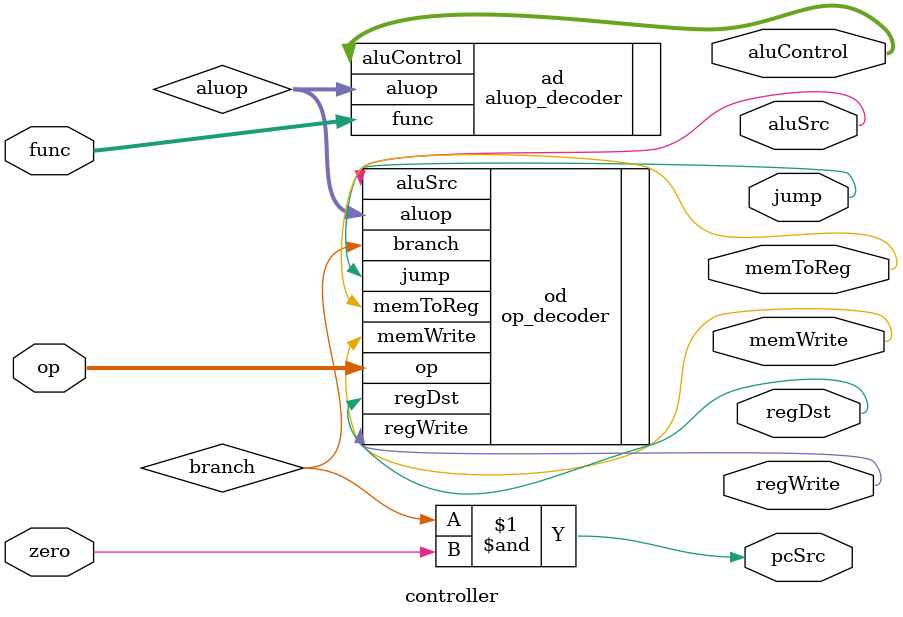
<source format=v>
`timescale 1ns / 1ps

module controller(
input   [5:0]   op, func,
input           zero,       //whether the alu result is zero
output          memToReg,   //write memory data or alu result to register file
output          memWrite,   //memory write enable
output          pcSrc,      //0: PC+4   1: BRANCH
output          aluSrc,     //source of operator b, 0: register data, 1: immediate
output          regDst,     //register address of write data, 0: rt, 1: rd
output          regWrite,   //write register enable
output          jump,       
output  [2:0]   aluControl //control signals of alu
);
    wire [2:0]  aluop;  //specify the behaviour of alu: 000-ADD, 01-SUB, 10-depends on func
    wire        branch; //whether branch instruction or not
    
    assign pcSrc = branch & zero;   //beq
    
    op_decoder od(.op(op), .memToReg(memToReg), .memWrite(memWrite), .branch(branch),
    .aluSrc(aluSrc), .regDst(regDst), .regWrite(regWrite), .jump(jump), .aluop(aluop));
    
    aluop_decoder ad(.func(func), .aluop(aluop), .aluControl(aluControl));
endmodule
</source>
